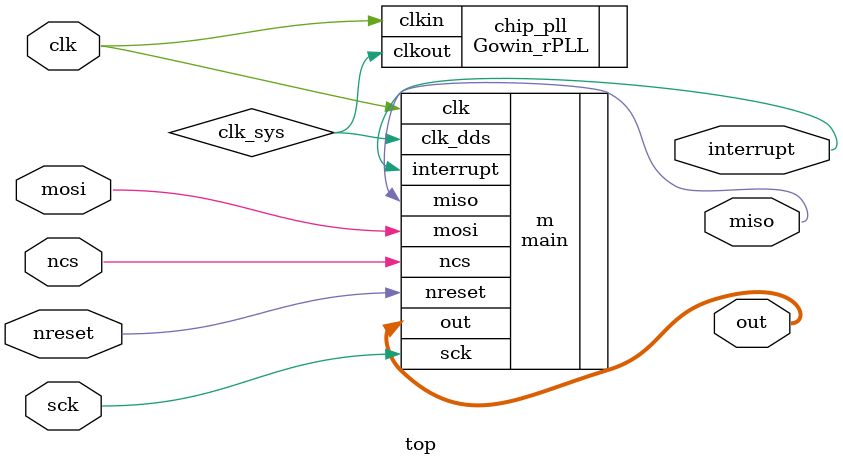
<source format=v>
module top
(
    input wire clk,
    input wire nreset,
    input wire sck,
    input wire mosi,
    input wire ncs,
    output wire miso,
    output wire interrupt,
    output wire [3:0] out
);
    wire clk_sys;

    Gowin_rPLL chip_pll(
        .clkout(clk_sys), //135 mhz
        .clkin(clk)
    );  

    main #(.MCLK(64'd135000000)) m(.clk(clk), .clk_dds(clk_sys), .sck(sck), .mosi(mosi), .ncs(ncs), .miso(miso), .interrupt(interrupt), .out(out), .nreset(nreset));

endmodule

</source>
